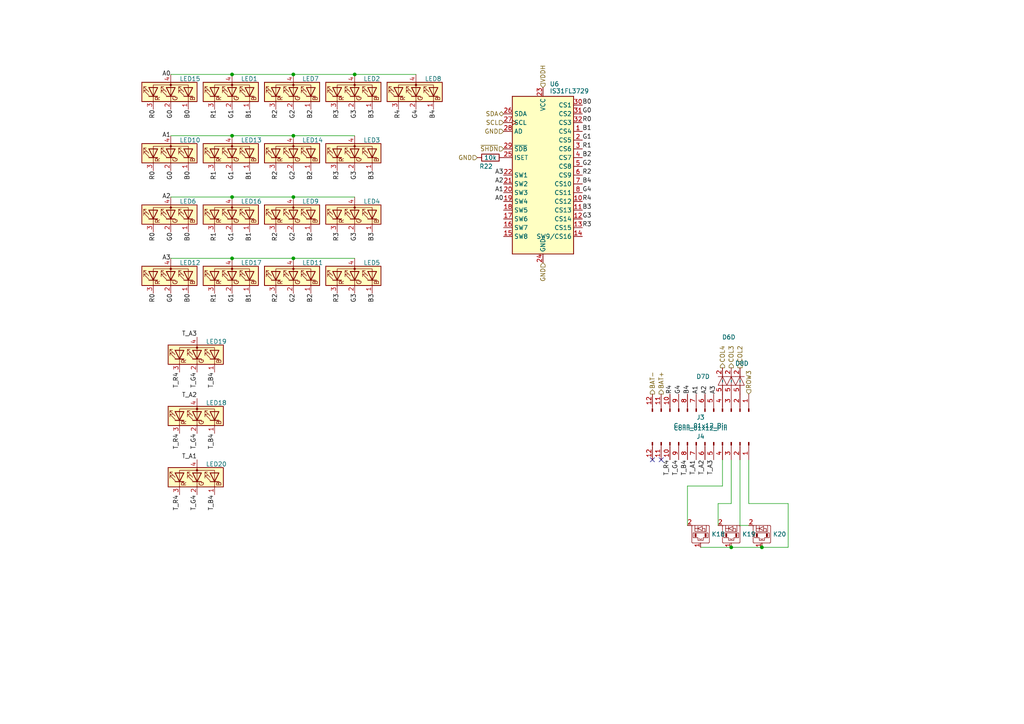
<source format=kicad_sch>
(kicad_sch (version 20230121) (generator eeschema)
  (paper "A4")
  (lib_symbols
    (symbol "Connector:Conn_01x12_Pin" (pin_names (offset 1.016) hide)
      (property "Reference" "J" (at 0 15.24 0))
      (property "Value" "Conn_01x12_Pin" (at 0 -17.78 0))
      (symbol "Conn_01x12_Pin_1_1"
        (polyline (pts (xy 1.27 -15.24) (xy 0.8636 -15.24)) (stroke (width 0.1524)))
        (polyline (pts (xy 1.27 -12.7) (xy 0.8636 -12.7)) (stroke (width 0.1524)))
        (polyline (pts (xy 1.27 -10.16) (xy 0.8636 -10.16)) (stroke (width 0.1524)))
        (polyline (pts (xy 1.27 -7.62) (xy 0.8636 -7.62)) (stroke (width 0.1524)))
        (polyline (pts (xy 1.27 -5.08) (xy 0.8636 -5.08)) (stroke (width 0.1524)))
        (polyline (pts (xy 1.27 -2.54) (xy 0.8636 -2.54)) (stroke (width 0.1524)))
        (polyline (pts (xy 1.27 0) (xy 0.8636 0)) (stroke (width 0.1524)))
        (polyline (pts (xy 1.27 2.54) (xy 0.8636 2.54)) (stroke (width 0.1524)))
        (polyline (pts (xy 1.27 5.08) (xy 0.8636 5.08)) (stroke (width 0.1524)))
        (polyline (pts (xy 1.27 7.62) (xy 0.8636 7.62)) (stroke (width 0.1524)))
        (polyline (pts (xy 1.27 10.16) (xy 0.8636 10.16)) (stroke (width 0.1524)))
        (polyline (pts (xy 1.27 12.7) (xy 0.8636 12.7)) (stroke (width 0.1524)))
        (rectangle (start 0.8636 -15.113) (end 0 -15.367) (stroke (width 0.1524)) (fill (type outline)))
        (rectangle (start 0.8636 -12.573) (end 0 -12.827) (stroke (width 0.1524)) (fill (type outline)))
        (rectangle (start 0.8636 -10.033) (end 0 -10.287) (stroke (width 0.1524)) (fill (type outline)))
        (rectangle (start 0.8636 -7.493) (end 0 -7.747) (stroke (width 0.1524)) (fill (type outline)))
        (rectangle (start 0.8636 -4.953) (end 0 -5.207) (stroke (width 0.1524)) (fill (type outline)))
        (rectangle (start 0.8636 -2.413) (end 0 -2.667) (stroke (width 0.1524)) (fill (type outline)))
        (rectangle (start 0.8636 0.127) (end 0 -0.127) (stroke (width 0.1524)) (fill (type outline)))
        (rectangle (start 0.8636 2.667) (end 0 2.413) (stroke (width 0.1524)) (fill (type outline)))
        (rectangle (start 0.8636 5.207) (end 0 4.953) (stroke (width 0.1524)) (fill (type outline)))
        (rectangle (start 0.8636 7.747) (end 0 7.493) (stroke (width 0.1524)) (fill (type outline)))
        (rectangle (start 0.8636 10.287) (end 0 10.033) (stroke (width 0.1524)) (fill (type outline)))
        (rectangle (start 0.8636 12.827) (end 0 12.573) (stroke (width 0.1524)) (fill (type outline)))
        (pin passive line (at 5.08 12.7 180) (length 3.81) (name "Pin_1") (number "1"))
        (pin passive line (at 5.08 -10.16 180) (length 3.81) (name "Pin_10") (number "10"))
        (pin passive line (at 5.08 -12.7 180) (length 3.81) (name "Pin_11") (number "11"))
        (pin passive line (at 5.08 -15.24 180) (length 3.81) (name "Pin_12") (number "12"))
        (pin passive line (at 5.08 10.16 180) (length 3.81) (name "Pin_2") (number "2"))
        (pin passive line (at 5.08 7.62 180) (length 3.81) (name "Pin_3") (number "3"))
        (pin passive line (at 5.08 5.08 180) (length 3.81) (name "Pin_4") (number "4"))
        (pin passive line (at 5.08 2.54 180) (length 3.81) (name "Pin_5") (number "5"))
        (pin passive line (at 5.08 0 180) (length 3.81) (name "Pin_6") (number "6"))
        (pin passive line (at 5.08 -2.54 180) (length 3.81) (name "Pin_7") (number "7"))
        (pin passive line (at 5.08 -5.08 180) (length 3.81) (name "Pin_8") (number "8"))
        (pin passive line (at 5.08 -7.62 180) (length 3.81) (name "Pin_9") (number "9"))
      )
    )
    (symbol "Device:LED_BGRA" (pin_names (offset 0) hide)
      (property "Reference" "D" (at 0 9.398 0))
      (property "Value" "LED_BGRA" (at 0 -8.89 0))
      (symbol "LED_BGRA_0_0"
        (text "B" (at -1.905 -6.35 0) (effects (font (size 1.27 1.27))))
        (text "G" (at -1.905 -1.27 0) (effects (font (size 1.27 1.27))))
        (text "R" (at -1.905 3.81 0) (effects (font (size 1.27 1.27))))
      )
      (symbol "LED_BGRA_0_1"
        (polyline (pts (xy -1.27 -5.08) (xy -2.54 -5.08)))
        (polyline (pts (xy -1.27 -5.08) (xy 1.27 -5.08)))
        (polyline (pts (xy -1.27 -3.81) (xy -1.27 -6.35)) (stroke (width 0.254)))
        (polyline (pts (xy -1.27 0) (xy -2.54 0)))
        (polyline (pts (xy -1.27 1.27) (xy -1.27 -1.27)) (stroke (width 0.254)))
        (polyline (pts (xy -1.27 5.08) (xy -2.54 5.08)))
        (polyline (pts (xy -1.27 5.08) (xy 1.27 5.08)))
        (polyline (pts (xy -1.27 6.35) (xy -1.27 3.81)) (stroke (width 0.254)))
        (polyline (pts (xy 1.27 0) (xy -1.27 0)))
        (polyline (pts (xy 1.27 0) (xy 2.54 0)))
        (polyline (pts (xy -1.27 1.27) (xy -1.27 -1.27) (xy -1.27 -1.27)))
        (polyline (pts (xy -1.27 6.35) (xy -1.27 3.81) (xy -1.27 3.81)))
        (polyline (pts (xy 1.27 -5.08) (xy 2.032 -5.08) (xy 2.032 5.08) (xy 1.27 5.08)))
        (polyline (pts (xy 1.27 -3.81) (xy 1.27 -6.35) (xy -1.27 -5.08) (xy 1.27 -3.81)) (stroke (width 0.254)))
        (polyline (pts (xy 1.27 1.27) (xy 1.27 -1.27) (xy -1.27 0) (xy 1.27 1.27)) (stroke (width 0.254)))
        (polyline (pts (xy 1.27 6.35) (xy 1.27 3.81) (xy -1.27 5.08) (xy 1.27 6.35)) (stroke (width 0.254)))
        (polyline (pts (xy -1.016 -3.81) (xy 0.508 -2.286) (xy -0.254 -2.286) (xy 0.508 -2.286) (xy 0.508 -3.048)))
        (polyline (pts (xy -1.016 1.27) (xy 0.508 2.794) (xy -0.254 2.794) (xy 0.508 2.794) (xy 0.508 2.032)))
        (polyline (pts (xy -1.016 6.35) (xy 0.508 7.874) (xy -0.254 7.874) (xy 0.508 7.874) (xy 0.508 7.112)))
        (polyline (pts (xy 0 -3.81) (xy 1.524 -2.286) (xy 0.762 -2.286) (xy 1.524 -2.286) (xy 1.524 -3.048)))
        (polyline (pts (xy 0 1.27) (xy 1.524 2.794) (xy 0.762 2.794) (xy 1.524 2.794) (xy 1.524 2.032)))
        (polyline (pts (xy 0 6.35) (xy 1.524 7.874) (xy 0.762 7.874) (xy 1.524 7.874) (xy 1.524 7.112)))
        (rectangle (start 1.27 -1.27) (end 1.27 1.27))
        (rectangle (start 1.27 1.27) (end 1.27 1.27))
        (rectangle (start 1.27 3.81) (end 1.27 6.35))
        (rectangle (start 1.27 6.35) (end 1.27 6.35))
        (circle (center 2.032 0) (radius 0.254) (fill (type outline)))
        (rectangle (start 2.794 8.382) (end -2.794 -7.62) (stroke (width 0.254)) (fill (type background)))
      )
      (symbol "LED_BGRA_1_1"
        (pin passive line (at -5.08 -5.08 0) (length 2.54) (name "BK") (number "1"))
        (pin passive line (at -5.08 0 0) (length 2.54) (name "GK") (number "2"))
        (pin passive line (at -5.08 5.08 0) (length 2.54) (name "RK") (number "3"))
        (pin passive line (at 5.08 0 180) (length 2.54) (name "A") (number "4"))
      )
    )
    (symbol "Device:R" (pin_numbers hide) (pin_names (offset 0))
      (property "Reference" "R" (at 2.032 0 90))
      (property "Value" "R" (at 0 0 90))
      (symbol "R_0_1"
        (rectangle (start -1.016 -2.54) (end 1.016 2.54) (stroke (width 0.254)))
      )
      (symbol "R_1_1"
        (pin passive line (at 0 3.81 270) (length 1.27) (name "~") (number "1"))
        (pin passive line (at 0 -3.81 90) (length 1.27) (name "~") (number "2"))
      )
    )
    (symbol "ic:IS31FL3729"
      (property "Reference" "U" (at -43.18 -45.72 0))
      (property "Value" "IS31FL3729" (at -43.18 -45.72 0))
      (symbol "IS31FL3729_0_1"
        (rectangle (start -8.89 21.59) (end 8.89 -24.13) (stroke (width 0.254)) (fill (type background)))
      )
      (symbol "IS31FL3729_1_1"
        (pin output line (at 11.43 11.43 180) (length 2.54) (name "CS4") (number "1"))
        (pin output line (at 11.43 -8.89 180) (length 2.54) (name "CS12") (number "10"))
        (pin output line (at 11.43 -11.43 180) (length 2.54) (name "CS13") (number "11"))
        (pin output line (at 11.43 -13.97 180) (length 2.54) (name "CS14") (number "12"))
        (pin output line (at 11.43 -16.51 180) (length 2.54) (name "CS15") (number "13"))
        (pin bidirectional line (at 11.43 -19.05 180) (length 2.54) (name "SW9/CS16") (number "14"))
        (pin input line (at -11.43 -19.05 0) (length 2.54) (name "SW8") (number "15"))
        (pin input line (at -11.43 -16.51 0) (length 2.54) (name "SW7") (number "16"))
        (pin input line (at -11.43 -13.97 0) (length 2.54) (name "SW6") (number "17"))
        (pin input line (at -11.43 -11.43 0) (length 2.54) (name "SW5") (number "18"))
        (pin input line (at -11.43 -8.89 0) (length 2.54) (name "SW4") (number "19"))
        (pin output line (at 11.43 8.89 180) (length 2.54) (name "CS5") (number "2"))
        (pin input line (at -11.43 -6.35 0) (length 2.54) (name "SW3") (number "20"))
        (pin input line (at -11.43 -3.81 0) (length 2.54) (name "SW2") (number "21"))
        (pin input line (at -11.43 -1.27 0) (length 2.54) (name "SW1") (number "22"))
        (pin power_in line (at 0 24.13 270) (length 2.54) (name "VCC") (number "23"))
        (pin passive line (at 0 -26.67 90) (length 2.54) (name "GND") (number "24"))
        (pin passive line (at -11.43 3.81 0) (length 2.54) (name "ISET") (number "25"))
        (pin bidirectional line (at -11.43 16.51 0) (length 2.54) (name "SDA") (number "26"))
        (pin input clock (at -11.43 13.97 0) (length 2.54) (name "SCL") (number "27"))
        (pin input line (at -11.43 11.43 0) (length 2.54) (name "AD") (number "28"))
        (pin input line (at -11.43 6.35 0) (length 2.54) (name "~{SDB}") (number "29"))
        (pin output line (at 11.43 6.35 180) (length 2.54) (name "CS6") (number "3"))
        (pin output line (at 11.43 19.05 180) (length 2.54) (name "CS1") (number "30"))
        (pin output line (at 11.43 16.51 180) (length 2.54) (name "CS2") (number "31"))
        (pin output line (at 11.43 13.97 180) (length 2.54) (name "CS3") (number "32"))
        (pin passive line (at 0 -26.67 90) (length 2.54) hide (name "GND") (number "33"))
        (pin output line (at 11.43 3.81 180) (length 2.54) (name "CS7") (number "4"))
        (pin output line (at 11.43 1.27 180) (length 2.54) (name "CS8") (number "5"))
        (pin output line (at 11.43 -1.27 180) (length 2.54) (name "CS9") (number "6"))
        (pin output line (at 11.43 -3.81 180) (length 2.54) (name "CS10") (number "7"))
        (pin output line (at 11.43 -6.35 180) (length 2.54) (name "CS11") (number "8"))
        (pin passive line (at 0 -26.67 90) (length 2.54) hide (name "GND") (number "9"))
      )
    )
    (symbol "misc:1SS309" (pin_names hide)
      (property "Reference" "D" (at 0 -2.54 0))
      (symbol "1SS309_0_1"
        (polyline (pts (xy -1.27 1.27) (xy -1.27 -1.27)))
        (polyline (pts (xy 1.27 0) (xy -1.27 0)))
        (polyline (pts (xy -1.27 0) (xy 1.27 1.27) (xy 1.27 -1.27) (xy -1.27 0)))
      )
      (symbol "1SS309_1_1"
        (pin passive line (at 3.81 0 180) (length 2.54) (name "A") (number "1"))
        (pin passive line (at -3.81 0 0) (length 2.54) (name "K") (number "2"))
      )
      (symbol "1SS309_2_1"
        (pin passive line (at -3.81 0 0) (length 2.54) (name "K") (number "2"))
        (pin passive line (at 3.81 0 180) (length 2.54) (name "A") (number "3"))
      )
      (symbol "1SS309_3_1"
        (pin passive line (at -3.81 0 0) (length 2.54) (name "K") (number "2"))
        (pin passive line (at 3.81 0 180) (length 2.54) (name "A") (number "4"))
      )
      (symbol "1SS309_4_1"
        (pin passive line (at -3.81 0 0) (length 2.54) (name "K") (number "2"))
        (pin passive line (at 3.81 0 180) (length 2.54) (name "A") (number "5"))
      )
    )
    (symbol "switch:diode-choc" (pin_names (offset 1.016))
      (property "Reference" "K" (at 0 3.81 0))
      (symbol "diode-choc_0_1"
        (arc (start -2.54 -2.286) (mid -2.4656 -2.4656) (end -2.286 -2.54))
        (arc (start -2.286 2.54) (mid -2.4656 2.4656) (end -2.54 2.286))
        (rectangle (start -1.651 0.127) (end -1.27 -0.762) (fill (type outline)))
        (arc (start -0.381 -1.27) (mid 0 -1.4739) (end 0.381 -1.27))
        (polyline (pts (xy -2.54 2.286) (xy -2.54 -2.286)))
        (polyline (pts (xy -2.286 -2.54) (xy 2.286 -2.54)))
        (polyline (pts (xy -2.286 2.54) (xy 2.286 2.54)))
        (polyline (pts (xy -1.651 1.651) (xy -0.762 1.651)))
        (polyline (pts (xy -0.762 2.286) (xy -0.762 1.016)))
        (polyline (pts (xy 2.54 -2.286) (xy 2.54 2.286)))
        (polyline (pts (xy 0.508 1.651) (xy 1.27 1.651) (xy 1.27 0.762)))
        (polyline (pts (xy -1.651 2.54) (xy -1.651 0.762) (xy 1.651 0.762) (xy 1.651 2.54)))
        (polyline (pts (xy -0.762 1.651) (xy 0.508 2.286) (xy 0.508 1.016) (xy -0.762 1.651)))
        (polyline (pts (xy -2.159 0.381) (xy -2.159 -1.016) (xy -0.762 -1.016) (xy -0.762 -1.778) (xy 0.762 -1.778) (xy 0.762 -1.016) (xy 2.159 -1.016) (xy 2.159 0.381) (xy -2.159 0.381)))
        (arc (start 2.286 -2.54) (mid 2.4656 -2.4656) (end 2.54 -2.286))
        (arc (start 2.54 2.286) (mid 2.4656 2.4656) (end 2.286 2.54))
      )
      (symbol "diode-choc_1_1"
        (rectangle (start 1.27 0.127) (end 1.651 -0.762) (fill (type outline)))
        (pin input line (at 0 -3.81 90) (length 1.27) (name "~") (number "1"))
        (pin output line (at -3.81 2.54 0) (length 1.27) (name "~") (number "2"))
      )
    )
  )
  (junction (at 85.09 39.37))
  (junction (at 85.09 57.15))
  (junction (at 67.31 21.59))
  (junction (at 85.09 21.59))
  (junction (at 220.98 158.75))
  (junction (at 85.09 74.93))
  (junction (at 67.31 74.93))
  (junction (at 102.87 21.59))
  (junction (at 212.09 158.75))
  (junction (at 67.31 39.37))
  (junction (at 67.31 57.15))
  (no_connect (at 189.23 133.35))
  (no_connect (at 191.77 133.35))
  (wire (pts (xy 212.09 146.05) (xy 208.28 146.05)))
  (wire (pts (xy 212.09 158.75) (xy 203.2 158.75)))
  (wire (pts (xy 67.31 39.37) (xy 85.09 39.37)))
  (wire (pts (xy 199.39 140.97) (xy 209.55 140.97)))
  (wire (pts (xy 85.09 74.93) (xy 102.87 74.93)))
  (wire (pts (xy 214.63 133.35) (xy 214.63 152.4)))
  (wire (pts (xy 67.31 21.59) (xy 85.09 21.59)))
  (wire (pts (xy 217.17 133.35) (xy 217.17 146.05)))
  (wire (pts (xy 49.53 57.15) (xy 67.31 57.15)))
  (wire (pts (xy 49.53 74.93) (xy 67.31 74.93)))
  (wire (pts (xy 67.31 57.15) (xy 85.09 57.15)))
  (wire (pts (xy 67.31 74.93) (xy 85.09 74.93)))
  (wire (pts (xy 209.55 140.97) (xy 209.55 133.35)))
  (wire (pts (xy 217.17 146.05) (xy 228.6 146.05)))
  (wire (pts (xy 85.09 39.37) (xy 102.87 39.37)))
  (wire (pts (xy 208.28 146.05) (xy 208.28 152.4)))
  (wire (pts (xy 85.09 21.59) (xy 102.87 21.59)))
  (wire (pts (xy 214.63 152.4) (xy 217.17 152.4)))
  (wire (pts (xy 85.09 57.15) (xy 102.87 57.15)))
  (wire (pts (xy 228.6 158.75) (xy 220.98 158.75)))
  (wire (pts (xy 49.53 21.59) (xy 67.31 21.59)))
  (wire (pts (xy 199.39 152.4) (xy 199.39 140.97)))
  (wire (pts (xy 212.09 133.35) (xy 212.09 146.05)))
  (wire (pts (xy 49.53 39.37) (xy 67.31 39.37)))
  (wire (pts (xy 228.6 146.05) (xy 228.6 158.75)))
  (wire (pts (xy 220.98 158.75) (xy 212.09 158.75)))
  (wire (pts (xy 102.87 21.59) (xy 120.65 21.59)))
  (label "R0" (at 44.45 49.53 270) (property "Intersheetrefs" "${INTERSHEET_REFS}" (effects hide)))
  (label "T_B4" (at 62.23 143.51 270))
  (label "T_R4" (at 194.31 133.35 270))
  (label "R1" (at 62.23 67.31 270) (property "Intersheetrefs" "${INTERSHEET_REFS}" (effects hide)))
  (label "A1" (at 201.93 114.3 90) (property "Intersheetrefs" "${INTERSHEET_REFS}" (effects hide)))
  (label "B4" (at 168.91 53.34 0) (property "Intersheetrefs" "${INTERSHEET_REFS}" (effects hide)))
  (label "G0" (at 49.53 49.53 270) (property "Intersheetrefs" "${INTERSHEET_REFS}" (effects hide)))
  (label "G3" (at 102.87 49.53 270) (property "Intersheetrefs" "${INTERSHEET_REFS}" (effects hide)))
  (label "G1" (at 168.91 40.64 0) (property "Intersheetrefs" "${INTERSHEET_REFS}" (effects hide)))
  (label "T_B4" (at 62.23 107.95 270))
  (label "T_R4" (at 52.07 107.95 270))
  (label "A2" (at 146.05 53.34 180) (property "Intersheetrefs" "${INTERSHEET_REFS}" (effects hide)))
  (label "G4" (at 196.85 114.3 90) (property "Intersheetrefs" "${INTERSHEET_REFS}" (effects hide)))
  (label "R2" (at 168.91 50.8 0) (property "Intersheetrefs" "${INTERSHEET_REFS}" (effects hide)))
  (label "T_A3" (at 57.15 97.79 180))
  (label "T_B4" (at 62.23 125.73 270))
  (label "B2" (at 90.17 31.75 270) (property "Intersheetrefs" "${INTERSHEET_REFS}" (effects hide)))
  (label "B1" (at 72.39 85.09 270) (property "Intersheetrefs" "${INTERSHEET_REFS}" (effects hide)))
  (label "G2" (at 85.09 67.31 270) (property "Intersheetrefs" "${INTERSHEET_REFS}" (effects hide)))
  (label "R0" (at 44.45 85.09 270) (property "Intersheetrefs" "${INTERSHEET_REFS}" (effects hide)))
  (label "G1" (at 67.31 67.31 270) (property "Intersheetrefs" "${INTERSHEET_REFS}" (effects hide)))
  (label "G2" (at 85.09 31.75 270) (property "Intersheetrefs" "${INTERSHEET_REFS}" (effects hide)))
  (label "A3" (at 146.05 50.8 180) (property "Intersheetrefs" "${INTERSHEET_REFS}" (effects hide)))
  (label "R1" (at 62.23 49.53 270) (property "Intersheetrefs" "${INTERSHEET_REFS}" (effects hide)))
  (label "G3" (at 168.91 63.5 0) (property "Intersheetrefs" "${INTERSHEET_REFS}" (effects hide)))
  (label "R1" (at 62.23 85.09 270) (property "Intersheetrefs" "${INTERSHEET_REFS}" (effects hide)))
  (label "B0" (at 54.61 49.53 270) (property "Intersheetrefs" "${INTERSHEET_REFS}" (effects hide)))
  (label "B0" (at 54.61 31.75 270) (property "Intersheetrefs" "${INTERSHEET_REFS}" (effects hide)))
  (label "R0" (at 44.45 67.31 270) (property "Intersheetrefs" "${INTERSHEET_REFS}" (effects hide)))
  (label "G2" (at 85.09 85.09 270) (property "Intersheetrefs" "${INTERSHEET_REFS}" (effects hide)))
  (label "R3" (at 97.79 31.75 270) (property "Intersheetrefs" "${INTERSHEET_REFS}" (effects hide)))
  (label "G4" (at 168.91 55.88 0) (property "Intersheetrefs" "${INTERSHEET_REFS}" (effects hide)))
  (label "G1" (at 67.31 31.75 270) (property "Intersheetrefs" "${INTERSHEET_REFS}" (effects hide)))
  (label "G0" (at 168.91 33.02 0) (property "Intersheetrefs" "${INTERSHEET_REFS}" (effects hide)))
  (label "G1" (at 67.31 85.09 270) (property "Intersheetrefs" "${INTERSHEET_REFS}" (effects hide)))
  (label "R2" (at 80.01 85.09 270) (property "Intersheetrefs" "${INTERSHEET_REFS}" (effects hide)))
  (label "T_R4" (at 52.07 125.73 270))
  (label "G3" (at 102.87 31.75 270) (property "Intersheetrefs" "${INTERSHEET_REFS}" (effects hide)))
  (label "B2" (at 168.91 45.72 0) (property "Intersheetrefs" "${INTERSHEET_REFS}" (effects hide)))
  (label "T_G4" (at 57.15 143.51 270))
  (label "A0" (at 49.53 21.59 180) (property "Intersheetrefs" "${INTERSHEET_REFS}" (effects hide)))
  (label "B3" (at 107.95 85.09 270) (property "Intersheetrefs" "${INTERSHEET_REFS}" (effects hide)))
  (label "R0" (at 168.91 35.56 0) (property "Intersheetrefs" "${INTERSHEET_REFS}" (effects hide)))
  (label "B1" (at 72.39 67.31 270) (property "Intersheetrefs" "${INTERSHEET_REFS}" (effects hide)))
  (label "G4" (at 120.65 31.75 270) (property "Intersheetrefs" "${INTERSHEET_REFS}" (effects hide)))
  (label "G2" (at 85.09 49.53 270) (property "Intersheetrefs" "${INTERSHEET_REFS}" (effects hide)))
  (label "A1" (at 49.53 39.37 180) (property "Intersheetrefs" "${INTERSHEET_REFS}" (effects hide)))
  (label "B3" (at 107.95 49.53 270) (property "Intersheetrefs" "${INTERSHEET_REFS}" (effects hide)))
  (label "T_B4" (at 199.39 133.35 270))
  (label "R1" (at 62.23 31.75 270) (property "Intersheetrefs" "${INTERSHEET_REFS}" (effects hide)))
  (label "G3" (at 102.87 85.09 270) (property "Intersheetrefs" "${INTERSHEET_REFS}" (effects hide)))
  (label "B2" (at 90.17 85.09 270) (property "Intersheetrefs" "${INTERSHEET_REFS}" (effects hide)))
  (label "T_G4" (at 196.85 133.35 270))
  (label "R2" (at 80.01 49.53 270) (property "Intersheetrefs" "${INTERSHEET_REFS}" (effects hide)))
  (label "T_A3" (at 207.01 133.35 270))
  (label "A0" (at 146.05 58.42 180) (property "Intersheetrefs" "${INTERSHEET_REFS}" (effects hide)))
  (label "T_A1" (at 201.93 133.35 270))
  (label "R4" (at 115.57 31.75 270) (property "Intersheetrefs" "${INTERSHEET_REFS}" (effects hide)))
  (label "B3" (at 107.95 31.75 270) (property "Intersheetrefs" "${INTERSHEET_REFS}" (effects hide)))
  (label "R2" (at 80.01 31.75 270) (property "Intersheetrefs" "${INTERSHEET_REFS}" (effects hide)))
  (label "T_G4" (at 57.15 125.73 270))
  (label "R4" (at 168.91 58.42 0) (property "Intersheetrefs" "${INTERSHEET_REFS}" (effects hide)))
  (label "R3" (at 97.79 67.31 270) (property "Intersheetrefs" "${INTERSHEET_REFS}" (effects hide)))
  (label "B3" (at 168.91 60.96 0) (property "Intersheetrefs" "${INTERSHEET_REFS}" (effects hide)))
  (label "A2" (at 49.53 57.15 180) (property "Intersheetrefs" "${INTERSHEET_REFS}" (effects hide)))
  (label "B0" (at 54.61 67.31 270) (property "Intersheetrefs" "${INTERSHEET_REFS}" (effects hide)))
  (label "B0" (at 54.61 85.09 270) (property "Intersheetrefs" "${INTERSHEET_REFS}" (effects hide)))
  (label "R3" (at 168.91 66.04 0) (property "Intersheetrefs" "${INTERSHEET_REFS}" (effects hide)))
  (label "B3" (at 107.95 67.31 270))
  (label "G1" (at 67.31 49.53 270) (property "Intersheetrefs" "${INTERSHEET_REFS}" (effects hide)))
  (label "T_A1" (at 57.15 133.35 180))
  (label "R2" (at 80.01 67.31 270) (property "Intersheetrefs" "${INTERSHEET_REFS}" (effects hide)))
  (label "B1" (at 72.39 49.53 270) (property "Intersheetrefs" "${INTERSHEET_REFS}" (effects hide)))
  (label "G0" (at 49.53 85.09 270) (property "Intersheetrefs" "${INTERSHEET_REFS}" (effects hide)))
  (label "T_A2" (at 204.47 133.35 270))
  (label "T_R4" (at 52.07 143.51 270))
  (label "A2" (at 204.47 114.3 90) (property "Intersheetrefs" "${INTERSHEET_REFS}" (effects hide)))
  (label "B2" (at 90.17 49.53 270) (property "Intersheetrefs" "${INTERSHEET_REFS}" (effects hide)))
  (label "G2" (at 168.91 48.26 0) (property "Intersheetrefs" "${INTERSHEET_REFS}" (effects hide)))
  (label "R0" (at 44.45 31.75 270) (property "Intersheetrefs" "${INTERSHEET_REFS}" (effects hide)))
  (label "A3" (at 49.53 74.93 180) (property "Intersheetrefs" "${INTERSHEET_REFS}" (effects hide)))
  (label "B4" (at 199.39 114.3 90) (property "Intersheetrefs" "${INTERSHEET_REFS}" (effects hide)))
  (label "T_G4" (at 57.15 107.95 270))
  (label "B1" (at 168.91 38.1 0) (property "Intersheetrefs" "${INTERSHEET_REFS}" (effects hide)))
  (label "T_A2" (at 57.15 115.57 180))
  (label "G0" (at 49.53 67.31 270) (property "Intersheetrefs" "${INTERSHEET_REFS}" (effects hide)))
  (label "G3" (at 102.87 67.31 270) (property "Intersheetrefs" "${INTERSHEET_REFS}" (effects hide)))
  (label "A3" (at 207.01 114.3 90) (property "Intersheetrefs" "${INTERSHEET_REFS}" (effects hide)))
  (label "R4" (at 194.31 114.3 90) (property "Intersheetrefs" "${INTERSHEET_REFS}" (effects hide)))
  (label "G0" (at 49.53 31.75 270) (property "Intersheetrefs" "${INTERSHEET_REFS}" (effects hide)))
  (label "B0" (at 168.91 30.48 0) (property "Intersheetrefs" "${INTERSHEET_REFS}" (effects hide)))
  (label "B1" (at 72.39 31.75 270) (property "Intersheetrefs" "${INTERSHEET_REFS}" (effects hide)))
  (label "A1" (at 146.05 55.88 180) (property "Intersheetrefs" "${INTERSHEET_REFS}" (effects hide)))
  (label "B2" (at 90.17 67.31 270) (property "Intersheetrefs" "${INTERSHEET_REFS}" (effects hide)))
  (label "R3" (at 97.79 49.53 270) (property "Intersheetrefs" "${INTERSHEET_REFS}" (effects hide)))
  (label "B4" (at 125.73 31.75 270) (property "Intersheetrefs" "${INTERSHEET_REFS}" (effects hide)))
  (label "R3" (at 97.79 85.09 270) (property "Intersheetrefs" "${INTERSHEET_REFS}" (effects hide)))
  (label "R1" (at 168.91 43.18 0) (property "Intersheetrefs" "${INTERSHEET_REFS}" (effects hide)))
  (hierarchical_label "ROW3" (shape input) (at 217.17 114.3 90) (property "Intersheetrefs" "${INTERSHEET_REFS}" (effects hide)))
  (hierarchical_label "BAT-" (shape output) (at 189.23 114.3 90) (property "Intersheetrefs" "${INTERSHEET_REFS}" (effects hide)))
  (hierarchical_label "~{SHDN}" (shape input) (at 146.05 43.18 180))
  (hierarchical_label "SCL" (shape input) (at 146.05 35.56 180) (property "Intersheetrefs" "${INTERSHEET_REFS}" (effects hide)))
  (hierarchical_label "GND" (shape input) (at 157.48 76.2 270) (property "Intersheetrefs" "${INTERSHEET_REFS}" (effects hide)))
  (hierarchical_label "VDDH" (shape input) (at 157.48 25.4 90) (property "Intersheetrefs" "${INTERSHEET_REFS}" (effects hide)))
  (hierarchical_label "SDA" (shape bidirectional) (at 146.05 33.02 180) (property "Intersheetrefs" "${INTERSHEET_REFS}" (effects hide)))
  (hierarchical_label "COL4" (shape output) (at 209.55 106.68 90) (property "Intersheetrefs" "${INTERSHEET_REFS}" (effects hide)))
  (hierarchical_label "COL2" (shape output) (at 214.63 106.68 90) (property "Intersheetrefs" "${INTERSHEET_REFS}" (effects hide)))
  (hierarchical_label "GND" (shape input) (at 138.43 45.72 180) (property "Intersheetrefs" "${INTERSHEET_REFS}" (effects hide)))
  (hierarchical_label "GND" (shape input) (at 146.05 38.1 180) (property "Intersheetrefs" "${INTERSHEET_REFS}" (effects hide)))
  (hierarchical_label "COL3" (shape output) (at 212.09 106.68 90) (property "Intersheetrefs" "${INTERSHEET_REFS}" (effects hide)))
  (hierarchical_label "BAT+" (shape output) (at 191.77 114.3 90) (property "Intersheetrefs" "${INTERSHEET_REFS}" (effects hide)))
  (symbol (lib_id "Device:LED_BGRA") (at 67.31 80.01 90) (unit 1)
    (property "Reference" "LED17" (at 69.85 76.2 90) (effects (justify right)))
    (property "Value" "LED_BGRA" (effects hide))
    (property "Footprint" "LED_SMD:LED_ASMB-KTF0-0A306" (effects hide))
    (instances (project "fissure" (path "" (reference "LED17") (unit 1)) (path "" (reference "LED15") (unit 1)) (path "" (reference "LED26") (unit 1))))
  )
  (symbol (lib_id "switch:diode-choc") (at 203.2 154.94 0) (unit 1)
    (property "Reference" "K18" (at 206.375 154.94 0) (effects (justify left)))
    (property "Value" "diode-choc" (effects hide))
    (property "Footprint" "pg1350:pg1350-S" (effects hide))
    (instances (project "fissure" (path "" (reference "K18") (unit 1)) (path "" (reference "K18") (unit 1)) (path "" (reference "K38") (unit 1))))
  )
  (symbol (lib_id "Device:LED_BGRA") (at 67.31 62.23 90) (unit 1)
    (property "Reference" "LED16" (at 69.85 58.42 90) (effects (justify right)))
    (property "Value" "LED_BGRA" (effects hide))
    (property "Footprint" "LED_SMD:LED_ASMB-KTF0-0A306" (effects hide))
    (instances (project "fissure" (path "" (reference "LED16") (unit 1)) (path "" (reference "LED14") (unit 1)) (path "" (reference "LED27") (unit 1))))
  )
  (symbol (lib_id "ic:IS31FL3729") (at 157.48 49.53 0) (unit 1)
    (property "Reference" "U6" (at 159.4359 24.36 0) (effects (justify left)))
    (property "Value" "IS31FL3729" (at 159.4359 26.408 0) (effects (justify left)))
    (property "Footprint" "Package_DFN_QFN:QFN-32-1EP_4x4mm_P0.4mm_EP2.9x2.9mm_ThermalVias" (effects hide))
    (property "Datasheet" "https://www.lumissil.com/assets/pdf/core/IS31FL3729_DS.pdf" (effects hide))
    (instances (project "fissure" (path "" (reference "U6") (unit 1)) (path "" (reference "U6") (unit 1)) (path "" (reference "U13") (unit 1))))
  )
  (symbol (lib_id "Device:LED_BGRA") (at 102.87 44.45 90) (unit 1)
    (property "Reference" "LED3" (at 105.41 40.64 90) (effects (justify right)))
    (property "Value" "LED_BGRA" (effects hide))
    (property "Footprint" "LED_SMD:LED_ASMB-KTF0-0A306" (effects hide))
    (instances (project "fissure" (path "" (reference "LED3") (unit 1)) (path "" (reference "LED3") (unit 1)) (path "" (reference "LED36") (unit 1))))
  )
  (symbol (lib_id "Device:LED_BGRA") (at 85.09 26.67 90) (unit 1)
    (property "Reference" "LED7" (at 87.63 22.86 90) (effects (justify right)))
    (property "Value" "LED_BGRA" (effects hide))
    (property "Footprint" "LED_SMD:LED_ASMB-KTF0-0A306" (effects hide))
    (instances (project "fissure" (path "" (reference "LED7") (unit 1)) (path "" (reference "LED7") (unit 1)) (path "" (reference "LED25") (unit 1))))
  )
  (symbol (lib_id "Device:LED_BGRA") (at 57.15 102.87 90) (unit 1)
    (property "Reference" "LED19" (at 59.69 99.06 90) (effects (justify right)))
    (property "Value" "LED_BGRA" (effects hide))
    (property "Footprint" "LED_SMD:LED_ASMB-KTF0-0A306" (effects hide))
    (instances (project "fissure" (path "" (reference "LED19") (unit 1)) (path "" (reference "LED18") (unit 1)) (path "" (reference "LED38") (unit 1))))
  )
  (symbol (lib_id "Device:LED_BGRA") (at 85.09 80.01 90) (unit 1)
    (property "Reference" "LED11" (at 87.63 76.2 90) (effects (justify right)))
    (property "Value" "LED_BGRA" (effects hide))
    (property "Footprint" "LED_SMD:LED_ASMB-KTF0-0A306" (effects hide))
    (instances (project "fissure" (path "" (reference "LED11") (unit 1)) (path "" (reference "LED10") (unit 1)) (path "" (reference "LED31") (unit 1))))
  )
  (symbol (lib_id "misc:1SS309") (at 212.09 110.49 90) (mirror x) (unit 4)
    (property "Reference" "D6" (at 213.36 97.79 90) (effects (justify left)))
    (property "Value" "~" (at 212.09 110.49 0))
    (property "Footprint" "Package_TO_SOT_SMD:SOT-23-5" (effects hide))
    (instances (project "fissure" (path "" (reference "D6") (unit 4)) (path "" (reference "D6") (unit 4)) (path "" (reference "D9") (unit 4))))
  )
  (symbol (lib_id "Device:LED_BGRA") (at 102.87 80.01 90) (unit 1)
    (property "Reference" "LED5" (at 105.41 76.2 90) (effects (justify right)))
    (property "Value" "LED_BGRA" (effects hide))
    (property "Footprint" "LED_SMD:LED_ASMB-KTF0-0A306" (effects hide))
    (instances (project "fissure" (path "" (reference "LED5") (unit 1)) (path "" (reference "LED5") (unit 1)) (path "" (reference "LED35") (unit 1))))
  )
  (symbol (lib_id "misc:1SS309") (at 209.55 110.49 90) (mirror x) (unit 4)
    (property "Reference" "D7" (at 201.93 109.22 90) (effects (justify right)))
    (property "Value" "~" (at 209.55 110.49 0))
    (property "Footprint" "Package_TO_SOT_SMD:SOT-23-5" (effects hide))
    (instances (project "fissure" (path "" (reference "D7") (unit 4)) (path "" (reference "D7") (unit 4)) (path "" (reference "D10") (unit 4))))
  )
  (symbol (lib_id "Device:LED_BGRA") (at 102.87 62.23 90) (unit 1)
    (property "Reference" "LED4" (at 105.41 58.42 90) (effects (justify right)))
    (property "Value" "LED_BGRA" (effects hide))
    (property "Footprint" "LED_SMD:LED_ASMB-KTF0-0A306" (effects hide))
    (instances (project "fissure" (path "" (reference "LED4") (unit 1)) (path "" (reference "LED4") (unit 1)) (path "" (reference "LED30") (unit 1))))
  )
  (symbol (lib_id "Device:LED_BGRA") (at 85.09 62.23 90) (unit 1)
    (property "Reference" "LED9" (at 87.63 58.42 90) (effects (justify right)))
    (property "Value" "LED_BGRA" (effects hide))
    (property "Footprint" "LED_SMD:LED_ASMB-KTF0-0A306" (effects hide))
    (instances (project "fissure" (path "" (reference "LED9") (unit 1)) (path "" (reference "LED9") (unit 1)) (path "" (reference "LED32") (unit 1))))
  )
  (symbol (lib_id "misc:1SS309") (at 214.63 110.49 90) (mirror x) (unit 4)
    (property "Reference" "D8" (at 217.17 105.41 90) (effects (justify left)))
    (property "Value" "~" (at 214.63 110.49 0))
    (property "Footprint" "Package_TO_SOT_SMD:SOT-23-5" (effects hide))
    (instances (project "fissure" (path "" (reference "D8") (unit 4)) (path "" (reference "D5") (unit 4)) (path "" (reference "D8") (unit 4))))
  )
  (symbol (lib_id "Device:R") (at 142.24 45.72 90) (unit 1)
    (property "Reference" "R22" (at 140.97 48.26 90))
    (property "Value" "10k" (at 142.24 45.72 90))
    (property "Footprint" "Resistor_SMD:R_0603_1608Metric" (effects hide))
    (instances (project "fissure" (path "" (reference "R22") (unit 1)) (path "" (reference "R23") (unit 1))) (project "zeub" (path "" (reference "R16") (unit 1))))
  )
  (symbol (lib_id "Device:LED_BGRA") (at 49.53 44.45 90) (unit 1)
    (property "Reference" "LED10" (at 52.07 40.64 90) (effects (justify right)))
    (property "Value" "LED_BGRA" (effects hide))
    (property "Footprint" "LED_SMD:LED_ASMB-KTF0-0A306" (effects hide))
    (instances (project "fissure" (path "" (reference "LED10") (unit 1)) (path "" (reference "LED17") (unit 1)) (path "" (reference "LED23") (unit 1))))
  )
  (symbol (lib_id "Device:LED_BGRA") (at 67.31 44.45 90) (unit 1)
    (property "Reference" "LED13" (at 69.85 40.64 90) (effects (justify right)))
    (property "Value" "LED_BGRA" (effects hide))
    (property "Footprint" "LED_SMD:LED_ASMB-KTF0-0A306" (effects hide))
    (instances (project "fissure" (path "" (reference "LED13") (unit 1)) (path "" (reference "LED12") (unit 1)) (path "" (reference "LED33") (unit 1))))
  )
  (symbol (lib_id "switch:diode-choc") (at 212.09 154.94 0) (unit 1)
    (property "Reference" "K19" (at 215.265 154.94 0) (effects (justify left)))
    (property "Value" "diode-choc" (effects hide))
    (property "Footprint" "pg1350:pg1350-S" (effects hide))
    (instances (project "fissure" (path "" (reference "K19") (unit 1)) (path "" (reference "K19") (unit 1)) (path "" (reference "K39") (unit 1))))
  )
  (symbol (lib_id "Device:LED_BGRA") (at 49.53 26.67 90) (unit 1)
    (property "Reference" "LED15" (at 52.07 22.86 90) (effects (justify right)))
    (property "Value" "LED_BGRA" (effects hide))
    (property "Footprint" "LED_SMD:LED_ASMB-KTF0-0A306" (effects hide))
    (instances (project "fissure" (path "" (reference "LED15") (unit 1)) (path "" (reference "LED16") (unit 1)) (path "" (reference "LED24") (unit 1))))
  )
  (symbol (lib_id "Device:LED_BGRA") (at 57.15 120.65 90) (unit 1)
    (property "Reference" "LED18" (at 59.69 116.84 90) (effects (justify right)))
    (property "Value" "LED_BGRA" (effects hide))
    (property "Footprint" "LED_SMD:LED_ASMB-KTF0-0A306" (effects hide))
    (instances (project "fissure" (path "" (reference "LED18") (unit 1)) (path "" (reference "LED19") (unit 1)) (path "" (reference "LED39") (unit 1))))
  )
  (symbol (lib_id "Device:LED_BGRA") (at 49.53 62.23 90) (unit 1)
    (property "Reference" "LED6" (at 52.07 58.42 90) (effects (justify right)))
    (property "Value" "LED_BGRA" (effects hide))
    (property "Footprint" "LED_SMD:LED_ASMB-KTF0-0A306" (effects hide))
    (instances (project "fissure" (path "" (reference "LED6") (unit 1)) (path "" (reference "LED6") (unit 1)) (path "" (reference "LED22") (unit 1))))
  )
  (symbol (lib_id "Connector:Conn_01x12_Pin") (at 204.47 128.27 270) (unit 1)
    (property "Reference" "J4" (at 203.2 126.6007 90))
    (property "Value" "Conn_01x12_Pin" (at 203.2 124.1765 90))
    (property "Footprint" "fissure:bridge-conn" (effects hide))
    (instances (project "fissure" (path "" (reference "J4") (unit 1)) (path "" (reference "J16") (unit 1))))
  )
  (symbol (lib_id "Device:LED_BGRA") (at 102.87 26.67 90) (unit 1)
    (property "Reference" "LED2" (at 105.41 22.86 90) (effects (justify right)))
    (property "Value" "LED_BGRA" (effects hide))
    (property "Footprint" "LED_SMD:LED_ASMB-KTF0-0A306" (effects hide))
    (instances (project "fissure" (path "" (reference "LED2") (unit 1)) (path "" (reference "LED2") (unit 1)) (path "" (reference "LED37") (unit 1))))
  )
  (symbol (lib_id "Device:LED_BGRA") (at 57.15 138.43 90) (unit 1)
    (property "Reference" "LED20" (at 59.69 134.62 90) (effects (justify right)))
    (property "Value" "LED_BGRA" (effects hide))
    (property "Footprint" "LED_SMD:LED_ASMB-KTF0-0A306" (effects hide))
    (instances (project "fissure" (path "" (reference "LED20") (unit 1)) (path "" (reference "LED20") (unit 1)) (path "" (reference "LED40") (unit 1))))
  )
  (symbol (lib_id "switch:diode-choc") (at 220.98 154.94 0) (unit 1)
    (property "Reference" "K20" (at 224.155 154.94 0) (effects (justify left)))
    (property "Value" "diode-choc" (effects hide))
    (property "Footprint" "pg1350:pg1350-S" (effects hide))
    (instances (project "fissure" (path "" (reference "K20") (unit 1)) (path "" (reference "K20") (unit 1)) (path "" (reference "K40") (unit 1))))
  )
  (symbol (lib_id "Device:LED_BGRA") (at 67.31 26.67 90) (unit 1)
    (property "Reference" "LED1" (at 69.85 22.86 90) (effects (justify right)))
    (property "Value" "LED_BGRA" (effects hide))
    (property "Footprint" "LED_SMD:LED_ASMB-KTF0-0A306" (effects hide))
    (instances (project "fissure" (path "" (reference "LED1") (unit 1)) (path "" (reference "LED1") (unit 1)) (path "" (reference "LED29") (unit 1))))
  )
  (symbol (lib_id "Device:LED_BGRA") (at 85.09 44.45 90) (unit 1)
    (property "Reference" "LED14" (at 87.63 40.64 90) (effects (justify right)))
    (property "Value" "LED_BGRA" (effects hide))
    (property "Footprint" "LED_SMD:LED_ASMB-KTF0-0A306" (effects hide))
    (instances (project "fissure" (path "" (reference "LED14") (unit 1)) (path "" (reference "LED13") (unit 1)) (path "" (reference "LED34") (unit 1))))
  )
  (symbol (lib_id "Connector:Conn_01x12_Pin") (at 204.47 119.38 270) (mirror x) (unit 1)
    (property "Reference" "J3" (at 203.2 121.0493 90))
    (property "Value" "Conn_01x12_Pin" (at 203.2 123.4735 90))
    (property "Footprint" "fissure:bridge-conn" (effects hide))
    (instances (project "fissure" (path "" (reference "J3") (unit 1)) (path "" (reference "J12") (unit 1))))
  )
  (symbol (lib_id "Device:LED_BGRA") (at 120.65 26.67 90) (unit 1)
    (property "Reference" "LED8" (at 123.19 22.86 90) (effects (justify right)))
    (property "Value" "LED_BGRA" (effects hide))
    (property "Footprint" "LED_SMD:LED_ASMB-KTF0-0A306" (effects hide))
    (instances (project "fissure" (path "" (reference "LED8") (unit 1)) (path "" (reference "LED8") (unit 1)) (path "" (reference "LED28") (unit 1))))
  )
  (symbol (lib_id "Device:LED_BGRA") (at 49.53 80.01 90) (unit 1)
    (property "Reference" "LED12" (at 52.07 76.2 90) (effects (justify right)))
    (property "Value" "LED_BGRA" (effects hide))
    (property "Footprint" "LED_SMD:LED_ASMB-KTF0-0A306" (effects hide))
    (instances (project "fissure" (path "" (reference "LED12") (unit 1)) (path "" (reference "LED11") (unit 1)) (path "" (reference "LED21") (unit 1))))
  )
)
</source>
